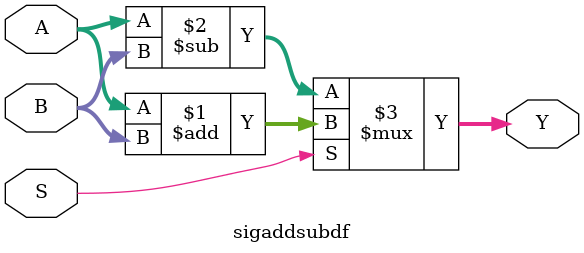
<source format=v>
module sigaddsubdf(A,B,S,Y);
	output signed[4:0]Y;
	input signed[3:0]A,B;
	input S;
	assign Y=S?(A+B):(A-B);
	endmodule

</source>
